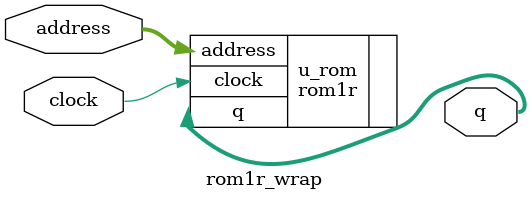
<source format=v>
module rom1r_wrap(
    input  wire         clock,
    input  wire   [9:0] address,
    output wire   [7:0] q
);

`ifdef __ICARUS__
    reg [7:0] mem [0:1023];
    reg [9:0] addr_d;

    initial $readmemh("data.txt", mem);

    always @(posedge clock)
        addr_d <= address;

    assign q = mem[addr_d];
`else // Quartus/ModelSim
    rom1r u_rom (
    	.address (address),
    	.clock   (clock  ),
    	.q       (q      )
    );
`endif

endmodule
</source>
